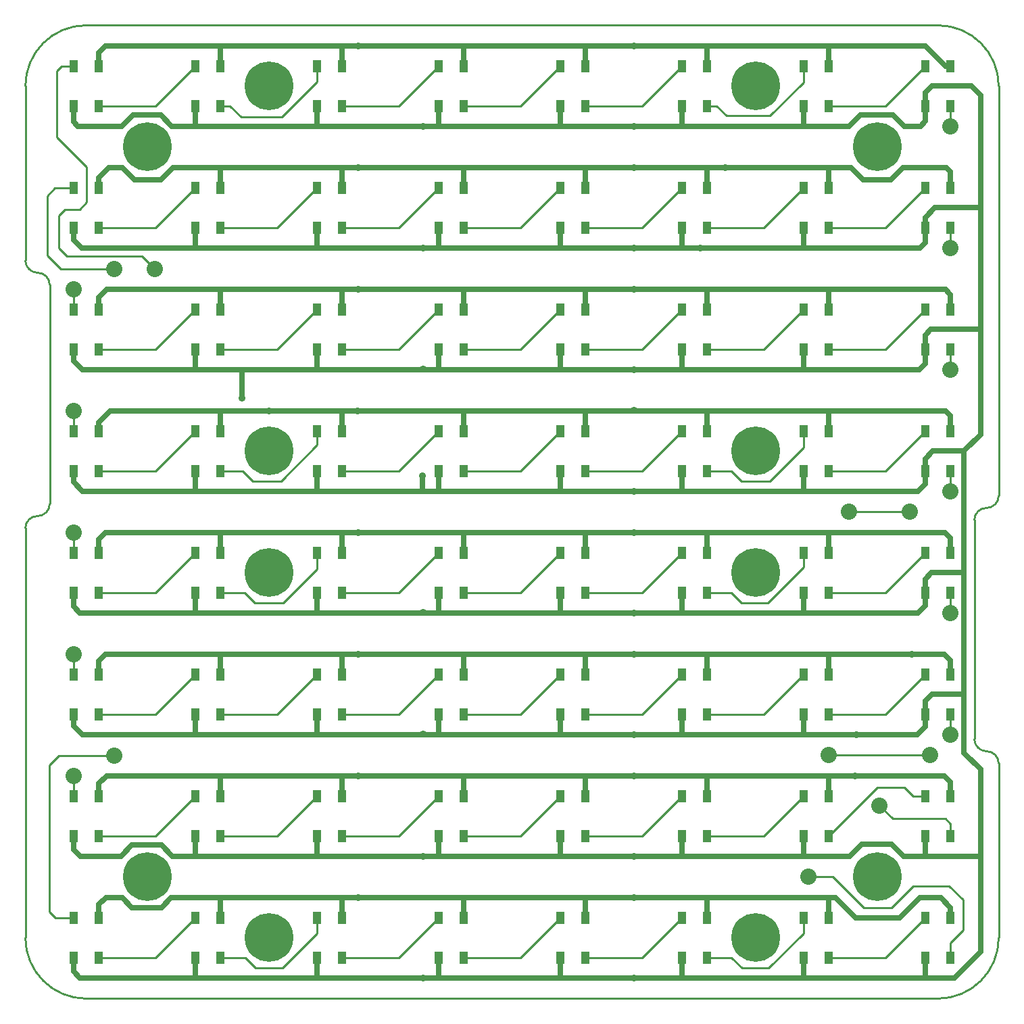
<source format=gtl>
G04 #@! TF.FileFunction,Copper,L1,Top,Signal*
%FSLAX46Y46*%
G04 Gerber Fmt 4.6, Leading zero omitted, Abs format (unit mm)*
G04 Created by KiCad (PCBNEW (2014-12-11 BZR 5320)-product) date Fri Dec 19 11:32:42 2014*
%MOMM*%
G01*
G04 APERTURE LIST*
%ADD10C,0.152400*%
%ADD11C,0.254000*%
%ADD12C,6.096000*%
%ADD13R,1.016000X1.524000*%
%ADD14C,2.032000*%
%ADD15C,0.889000*%
%ADD16C,0.635000*%
G04 APERTURE END LIST*
D10*
D11*
X147320000Y-117856000D02*
G75*
G03X145796000Y-116332000I-1524000J0D01*
G01*
X144272000Y-114808000D02*
G75*
G03X145796000Y-116332000I1524000J0D01*
G01*
X145796000Y-85852000D02*
G75*
G03X144272000Y-87376000I0J-1524000D01*
G01*
X145796000Y-85852000D02*
G75*
G03X147320000Y-84328000I0J1524000D01*
G01*
X25400000Y-54864000D02*
G75*
G03X26924000Y-56388000I1524000J0D01*
G01*
X28448000Y-57912000D02*
G75*
G03X26924000Y-56388000I-1524000J0D01*
G01*
X26924000Y-86868000D02*
G75*
G03X25400000Y-88392000I0J-1524000D01*
G01*
X26924000Y-86868000D02*
G75*
G03X28448000Y-85344000I0J1524000D01*
G01*
X147320000Y-84328000D02*
X147320000Y-33020000D01*
X147320000Y-117856000D02*
X147320000Y-139700000D01*
X25400000Y-88392000D02*
X25400000Y-139700000D01*
X25400000Y-54864000D02*
X25400000Y-33020000D01*
X144272000Y-101092000D02*
X144272000Y-114808000D01*
X144272000Y-101092000D02*
X144272000Y-87376000D01*
X28448000Y-71628000D02*
X28448000Y-85344000D01*
X28448000Y-71628000D02*
X28448000Y-57912000D01*
X139700000Y-147320000D02*
X33020000Y-147320000D01*
X33020000Y-25400000D02*
X139700000Y-25400000D01*
X25400000Y-139700000D02*
G75*
G03X33020000Y-147320000I7620000J0D01*
G01*
X147320000Y-33020000D02*
G75*
G03X139700000Y-25400000I-7620000J0D01*
G01*
X33020000Y-25400000D02*
G75*
G03X25400000Y-33020000I0J-7620000D01*
G01*
X139700000Y-147320000D02*
G75*
G03X147320000Y-139700000I0J7620000D01*
G01*
D12*
X55880000Y-139700000D03*
X116840000Y-139700000D03*
X55880000Y-93980000D03*
X116840000Y-93980000D03*
X55880000Y-78740000D03*
X116840000Y-78740000D03*
X55880000Y-33020000D03*
X116840000Y-33020000D03*
X40640000Y-40640000D03*
X132080000Y-40640000D03*
X40640000Y-132080000D03*
X132080000Y-132080000D03*
D13*
X49847500Y-30543500D03*
X46672500Y-30543500D03*
X46672500Y-35496500D03*
X49847500Y-35496500D03*
X141287500Y-45783500D03*
X138112500Y-45783500D03*
X138112500Y-50736500D03*
X141287500Y-50736500D03*
X126047500Y-45783500D03*
X122872500Y-45783500D03*
X122872500Y-50736500D03*
X126047500Y-50736500D03*
X110807500Y-45783500D03*
X107632500Y-45783500D03*
X107632500Y-50736500D03*
X110807500Y-50736500D03*
X95567500Y-45783500D03*
X92392500Y-45783500D03*
X92392500Y-50736500D03*
X95567500Y-50736500D03*
X80327500Y-45783500D03*
X77152500Y-45783500D03*
X77152500Y-50736500D03*
X80327500Y-50736500D03*
X65087500Y-45783500D03*
X61912500Y-45783500D03*
X61912500Y-50736500D03*
X65087500Y-50736500D03*
X49847500Y-45783500D03*
X46672500Y-45783500D03*
X46672500Y-50736500D03*
X49847500Y-50736500D03*
X34607500Y-45783500D03*
X31432500Y-45783500D03*
X31432500Y-50736500D03*
X34607500Y-50736500D03*
X141287500Y-61023500D03*
X138112500Y-61023500D03*
X138112500Y-65976500D03*
X141287500Y-65976500D03*
X126047500Y-61023500D03*
X122872500Y-61023500D03*
X122872500Y-65976500D03*
X126047500Y-65976500D03*
X110807500Y-61023500D03*
X107632500Y-61023500D03*
X107632500Y-65976500D03*
X110807500Y-65976500D03*
X95567500Y-61023500D03*
X92392500Y-61023500D03*
X92392500Y-65976500D03*
X95567500Y-65976500D03*
X80327500Y-61023500D03*
X77152500Y-61023500D03*
X77152500Y-65976500D03*
X80327500Y-65976500D03*
X65087500Y-61023500D03*
X61912500Y-61023500D03*
X61912500Y-65976500D03*
X65087500Y-65976500D03*
X49847500Y-61023500D03*
X46672500Y-61023500D03*
X46672500Y-65976500D03*
X49847500Y-65976500D03*
X34607500Y-61023500D03*
X31432500Y-61023500D03*
X31432500Y-65976500D03*
X34607500Y-65976500D03*
X141287500Y-76263500D03*
X138112500Y-76263500D03*
X138112500Y-81216500D03*
X141287500Y-81216500D03*
X126047500Y-76263500D03*
X122872500Y-76263500D03*
X122872500Y-81216500D03*
X126047500Y-81216500D03*
X110807500Y-76263500D03*
X107632500Y-76263500D03*
X107632500Y-81216500D03*
X110807500Y-81216500D03*
X95567500Y-76263500D03*
X92392500Y-76263500D03*
X92392500Y-81216500D03*
X95567500Y-81216500D03*
X80327500Y-76263500D03*
X77152500Y-76263500D03*
X77152500Y-81216500D03*
X80327500Y-81216500D03*
X65087500Y-76263500D03*
X61912500Y-76263500D03*
X61912500Y-81216500D03*
X65087500Y-81216500D03*
X49847500Y-76263500D03*
X46672500Y-76263500D03*
X46672500Y-81216500D03*
X49847500Y-81216500D03*
X34607500Y-76263500D03*
X31432500Y-76263500D03*
X31432500Y-81216500D03*
X34607500Y-81216500D03*
X141287500Y-91503500D03*
X138112500Y-91503500D03*
X138112500Y-96456500D03*
X141287500Y-96456500D03*
X126047500Y-91503500D03*
X122872500Y-91503500D03*
X122872500Y-96456500D03*
X126047500Y-96456500D03*
X110807500Y-91503500D03*
X107632500Y-91503500D03*
X107632500Y-96456500D03*
X110807500Y-96456500D03*
X95567500Y-91503500D03*
X92392500Y-91503500D03*
X92392500Y-96456500D03*
X95567500Y-96456500D03*
X80327500Y-91503500D03*
X77152500Y-91503500D03*
X77152500Y-96456500D03*
X80327500Y-96456500D03*
X65087500Y-91503500D03*
X61912500Y-91503500D03*
X61912500Y-96456500D03*
X65087500Y-96456500D03*
X49847500Y-91503500D03*
X46672500Y-91503500D03*
X46672500Y-96456500D03*
X49847500Y-96456500D03*
X34607500Y-91503500D03*
X31432500Y-91503500D03*
X31432500Y-96456500D03*
X34607500Y-96456500D03*
X141287500Y-106743500D03*
X138112500Y-106743500D03*
X138112500Y-111696500D03*
X141287500Y-111696500D03*
X126047500Y-106743500D03*
X122872500Y-106743500D03*
X122872500Y-111696500D03*
X126047500Y-111696500D03*
X110807500Y-106743500D03*
X107632500Y-106743500D03*
X107632500Y-111696500D03*
X110807500Y-111696500D03*
X95567500Y-106743500D03*
X92392500Y-106743500D03*
X92392500Y-111696500D03*
X95567500Y-111696500D03*
X80327500Y-106743500D03*
X77152500Y-106743500D03*
X77152500Y-111696500D03*
X80327500Y-111696500D03*
X65087500Y-106743500D03*
X61912500Y-106743500D03*
X61912500Y-111696500D03*
X65087500Y-111696500D03*
X49847500Y-106743500D03*
X46672500Y-106743500D03*
X46672500Y-111696500D03*
X49847500Y-111696500D03*
X34607500Y-106743500D03*
X31432500Y-106743500D03*
X31432500Y-111696500D03*
X34607500Y-111696500D03*
X141287500Y-121983500D03*
X138112500Y-121983500D03*
X138112500Y-126936500D03*
X141287500Y-126936500D03*
X126047500Y-121983500D03*
X122872500Y-121983500D03*
X122872500Y-126936500D03*
X126047500Y-126936500D03*
X110807500Y-121983500D03*
X107632500Y-121983500D03*
X107632500Y-126936500D03*
X110807500Y-126936500D03*
X95567500Y-121983500D03*
X92392500Y-121983500D03*
X92392500Y-126936500D03*
X95567500Y-126936500D03*
X80327500Y-121983500D03*
X77152500Y-121983500D03*
X77152500Y-126936500D03*
X80327500Y-126936500D03*
X65087500Y-121983500D03*
X61912500Y-121983500D03*
X61912500Y-126936500D03*
X65087500Y-126936500D03*
X49847500Y-121983500D03*
X46672500Y-121983500D03*
X46672500Y-126936500D03*
X49847500Y-126936500D03*
X34607500Y-121983500D03*
X31432500Y-121983500D03*
X31432500Y-126936500D03*
X34607500Y-126936500D03*
X141287500Y-137223500D03*
X138112500Y-137223500D03*
X138112500Y-142176500D03*
X141287500Y-142176500D03*
X126047500Y-137223500D03*
X122872500Y-137223500D03*
X122872500Y-142176500D03*
X126047500Y-142176500D03*
X110807500Y-137223500D03*
X107632500Y-137223500D03*
X107632500Y-142176500D03*
X110807500Y-142176500D03*
X95567500Y-137223500D03*
X92392500Y-137223500D03*
X92392500Y-142176500D03*
X95567500Y-142176500D03*
X80327500Y-137223500D03*
X77152500Y-137223500D03*
X77152500Y-142176500D03*
X80327500Y-142176500D03*
X65087500Y-137223500D03*
X61912500Y-137223500D03*
X61912500Y-142176500D03*
X65087500Y-142176500D03*
X49847500Y-137223500D03*
X46672500Y-137223500D03*
X46672500Y-142176500D03*
X49847500Y-142176500D03*
X34607500Y-137223500D03*
X31432500Y-137223500D03*
X31432500Y-142176500D03*
X34607500Y-142176500D03*
X141287500Y-30543500D03*
X138112500Y-30543500D03*
X138112500Y-35496500D03*
X141287500Y-35496500D03*
X126047500Y-30543500D03*
X122872500Y-30543500D03*
X122872500Y-35496500D03*
X126047500Y-35496500D03*
X110807500Y-30543500D03*
X107632500Y-30543500D03*
X107632500Y-35496500D03*
X110807500Y-35496500D03*
X95567500Y-30543500D03*
X92392500Y-30543500D03*
X92392500Y-35496500D03*
X95567500Y-35496500D03*
X80327500Y-30543500D03*
X77152500Y-30543500D03*
X77152500Y-35496500D03*
X80327500Y-35496500D03*
X65087500Y-30543500D03*
X61912500Y-30543500D03*
X61912500Y-35496500D03*
X65087500Y-35496500D03*
X34607500Y-30543500D03*
X31432500Y-30543500D03*
X31432500Y-35496500D03*
X34607500Y-35496500D03*
D14*
X36512500Y-116903500D03*
X123507500Y-132016500D03*
X31432500Y-119443500D03*
X132397500Y-123126500D03*
X31432500Y-104203500D03*
X141287500Y-114236500D03*
X31432500Y-88963500D03*
X141287500Y-98996500D03*
X31432500Y-73723500D03*
X141300200Y-83769200D03*
X31432500Y-58483500D03*
X141287500Y-68516500D03*
X36512500Y-55943500D03*
X141287500Y-53276500D03*
X41592500Y-55943500D03*
X141287500Y-38036500D03*
X126047500Y-116776500D03*
X138747500Y-116776500D03*
X136220200Y-86309200D03*
X128600200Y-86309200D03*
D15*
X52565300Y-72072500D03*
X75184000Y-144729200D03*
X75184000Y-129489200D03*
X75184000Y-114198400D03*
X75184000Y-98958400D03*
X75184000Y-68478400D03*
X75184000Y-53289200D03*
X75184000Y-38049200D03*
X109931200Y-53289200D03*
X75171300Y-81813400D03*
X101600000Y-38049200D03*
X101600000Y-53289200D03*
X101600000Y-68529200D03*
X101600000Y-83769200D03*
X101600000Y-99009200D03*
X101600000Y-114249200D03*
X101600000Y-129489200D03*
X101600000Y-144729200D03*
X129476500Y-114236500D03*
X55943500Y-73723500D03*
X129362200Y-119443500D03*
X136461500Y-104203500D03*
X67056000Y-134670800D03*
X67056000Y-119430800D03*
X67056000Y-104190800D03*
X67056000Y-88950800D03*
X67056000Y-58470800D03*
X67056000Y-43230800D03*
X67056000Y-27990800D03*
X113030000Y-43230800D03*
X67043300Y-73723500D03*
X101600000Y-27990800D03*
X101600000Y-43230800D03*
X101600000Y-58470800D03*
X101650800Y-73660000D03*
X101600000Y-88950800D03*
X101600000Y-104190800D03*
X101600000Y-119430800D03*
X101600000Y-134670800D03*
D11*
X41719500Y-142176500D02*
X46672500Y-137223500D01*
X34607500Y-142176500D02*
X41719500Y-142176500D01*
X52920900Y-142176500D02*
X54203600Y-143459200D01*
X54203600Y-143459200D02*
X57632600Y-143459200D01*
X57632600Y-143459200D02*
X61912500Y-139179300D01*
X61912500Y-139179300D02*
X61912500Y-137223500D01*
X49847500Y-142176500D02*
X52920900Y-142176500D01*
X72199500Y-142176500D02*
X77152500Y-137223500D01*
X65087500Y-142176500D02*
X72199500Y-142176500D01*
X87439500Y-142176500D02*
X92392500Y-137223500D01*
X80327500Y-142176500D02*
X87439500Y-142176500D01*
X102679500Y-142176500D02*
X107632500Y-137223500D01*
X95567500Y-142176500D02*
X102679500Y-142176500D01*
X113868200Y-142176500D02*
X115201700Y-143510000D01*
X115201700Y-143510000D02*
X118516400Y-143510000D01*
X118516400Y-143510000D02*
X122872500Y-139153900D01*
X122872500Y-139153900D02*
X122872500Y-137223500D01*
X110807500Y-142176500D02*
X113868200Y-142176500D01*
X133159500Y-142176500D02*
X138112500Y-137223500D01*
X126047500Y-142176500D02*
X133159500Y-142176500D01*
X31432500Y-137223500D02*
X31432500Y-136588500D01*
X29578300Y-116903500D02*
X28397200Y-118084600D01*
X36512500Y-116903500D02*
X29578300Y-116903500D01*
X28397200Y-136461500D02*
X29159200Y-137223500D01*
X29159200Y-137223500D02*
X31432500Y-137223500D01*
X28397200Y-118084600D02*
X28397200Y-136461500D01*
X141097000Y-133223000D02*
X142839440Y-134965440D01*
X136588500Y-133223000D02*
X141097000Y-133223000D01*
X133858000Y-135953500D02*
X136588500Y-133223000D01*
X130429000Y-135953500D02*
X133858000Y-135953500D01*
X141287500Y-142176500D02*
X141287500Y-140312140D01*
X141287500Y-140312140D02*
X142839440Y-138760200D01*
X142839440Y-138760200D02*
X142839440Y-134965440D01*
X126492000Y-132016500D02*
X130429000Y-135953500D01*
X123507500Y-132016500D02*
X126492000Y-132016500D01*
X41719500Y-126936500D02*
X46672500Y-121983500D01*
X34607500Y-126936500D02*
X41719500Y-126936500D01*
X56959500Y-126936500D02*
X61912500Y-121983500D01*
X49847500Y-126936500D02*
X56959500Y-126936500D01*
X72199500Y-126936500D02*
X77152500Y-121983500D01*
X65087500Y-126936500D02*
X72199500Y-126936500D01*
X87439500Y-126936500D02*
X92392500Y-121983500D01*
X80327500Y-126936500D02*
X87439500Y-126936500D01*
X102679500Y-126936500D02*
X107632500Y-121983500D01*
X95567500Y-126936500D02*
X102679500Y-126936500D01*
X117919500Y-126936500D02*
X122872500Y-121983500D01*
X110807500Y-126936500D02*
X117919500Y-126936500D01*
X136588500Y-121983500D02*
X135509000Y-120904000D01*
X135509000Y-120904000D02*
X132080000Y-120904000D01*
X132080000Y-120904000D02*
X126047500Y-126936500D01*
X138112500Y-121983500D02*
X136588500Y-121983500D01*
X31432500Y-121348500D02*
X31432500Y-119443500D01*
X31432500Y-121983500D02*
X31432500Y-121348500D01*
X141287500Y-126936500D02*
X141287500Y-125412500D01*
X134048500Y-124777500D02*
X132397500Y-123126500D01*
X140652500Y-124777500D02*
X134048500Y-124777500D01*
X141287500Y-125412500D02*
X140652500Y-124777500D01*
X41719500Y-111696500D02*
X46672500Y-106743500D01*
X34607500Y-111696500D02*
X41719500Y-111696500D01*
X56959500Y-111696500D02*
X61912500Y-106743500D01*
X49847500Y-111696500D02*
X56959500Y-111696500D01*
X72199500Y-111696500D02*
X77152500Y-106743500D01*
X65087500Y-111696500D02*
X72199500Y-111696500D01*
X87439500Y-111696500D02*
X92392500Y-106743500D01*
X80327500Y-111696500D02*
X87439500Y-111696500D01*
X102679500Y-111696500D02*
X107632500Y-106743500D01*
X95567500Y-111696500D02*
X102679500Y-111696500D01*
X117919500Y-111696500D02*
X122872500Y-106743500D01*
X110807500Y-111696500D02*
X117919500Y-111696500D01*
X133159500Y-111696500D02*
X138112500Y-106743500D01*
X126047500Y-111696500D02*
X133159500Y-111696500D01*
X31432500Y-106108500D02*
X31432500Y-104203500D01*
X31432500Y-106743500D02*
X31432500Y-106108500D01*
X141287500Y-114236500D02*
X141287500Y-111696500D01*
X31432500Y-90868500D02*
X31432500Y-88963500D01*
X31432500Y-91503500D02*
X31432500Y-90868500D01*
X141287500Y-98996500D02*
X141287500Y-96456500D01*
X41719500Y-96456500D02*
X46672500Y-91503500D01*
X34607500Y-96456500D02*
X41719500Y-96456500D01*
X52870100Y-96456500D02*
X54152800Y-97739200D01*
X54152800Y-97739200D02*
X57708800Y-97739200D01*
X57708800Y-97739200D02*
X61912500Y-93535500D01*
X61912500Y-93535500D02*
X61912500Y-91503500D01*
X49847500Y-96456500D02*
X52870100Y-96456500D01*
X72199500Y-96456500D02*
X77152500Y-91503500D01*
X65087500Y-96456500D02*
X72199500Y-96456500D01*
X87439500Y-96456500D02*
X92392500Y-91503500D01*
X80327500Y-96456500D02*
X87439500Y-96456500D01*
X102679500Y-96456500D02*
X107632500Y-91503500D01*
X95567500Y-96456500D02*
X102679500Y-96456500D01*
X113842800Y-96456500D02*
X115125500Y-97739200D01*
X115125500Y-97739200D02*
X118440200Y-97739200D01*
X118440200Y-97739200D02*
X122872500Y-93306900D01*
X122872500Y-93306900D02*
X122872500Y-91503500D01*
X110807500Y-96456500D02*
X113842800Y-96456500D01*
X133159500Y-96456500D02*
X138112500Y-91503500D01*
X126047500Y-96456500D02*
X133159500Y-96456500D01*
X31432500Y-75628500D02*
X31432500Y-73723500D01*
X31432500Y-76263500D02*
X31432500Y-75628500D01*
X141287500Y-83756500D02*
X141287500Y-81216500D01*
X141300200Y-83769200D02*
X141287500Y-83756500D01*
X41719500Y-81216500D02*
X46672500Y-76263500D01*
X34607500Y-81216500D02*
X41719500Y-81216500D01*
X52603400Y-81216500D02*
X53860700Y-82473800D01*
X53860700Y-82473800D02*
X57416700Y-82473800D01*
X57416700Y-82473800D02*
X61912500Y-77978000D01*
X61912500Y-77978000D02*
X61912500Y-76263500D01*
X49847500Y-81216500D02*
X52603400Y-81216500D01*
X72199500Y-81216500D02*
X77152500Y-76263500D01*
X65087500Y-81216500D02*
X72199500Y-81216500D01*
X87439500Y-81216500D02*
X92392500Y-76263500D01*
X80327500Y-81216500D02*
X87439500Y-81216500D01*
X102679500Y-81216500D02*
X107632500Y-76263500D01*
X95567500Y-81216500D02*
X102679500Y-81216500D01*
X113804700Y-81216500D02*
X115112800Y-82524600D01*
X115112800Y-82524600D02*
X118668800Y-82524600D01*
X118668800Y-82524600D02*
X122872500Y-78320900D01*
X122872500Y-78320900D02*
X122872500Y-76263500D01*
X110807500Y-81216500D02*
X113804700Y-81216500D01*
X133159500Y-81216500D02*
X138112500Y-76263500D01*
X126047500Y-81216500D02*
X133159500Y-81216500D01*
X31432500Y-60388500D02*
X31432500Y-58483500D01*
X31432500Y-61023500D02*
X31432500Y-60388500D01*
X141287500Y-68516500D02*
X141287500Y-65976500D01*
X41719500Y-65976500D02*
X46672500Y-61023500D01*
X34607500Y-65976500D02*
X41719500Y-65976500D01*
X56959500Y-65976500D02*
X61912500Y-61023500D01*
X49847500Y-65976500D02*
X56959500Y-65976500D01*
X72199500Y-65976500D02*
X77152500Y-61023500D01*
X65087500Y-65976500D02*
X72199500Y-65976500D01*
X87439500Y-65976500D02*
X92392500Y-61023500D01*
X80327500Y-65976500D02*
X87439500Y-65976500D01*
X102679500Y-65976500D02*
X107632500Y-61023500D01*
X95567500Y-65976500D02*
X102679500Y-65976500D01*
X117919500Y-65976500D02*
X122872500Y-61023500D01*
X110807500Y-65976500D02*
X117919500Y-65976500D01*
X133159500Y-65976500D02*
X138112500Y-61023500D01*
X126047500Y-65976500D02*
X133159500Y-65976500D01*
X31432500Y-45783500D02*
X31432500Y-45148500D01*
X36512500Y-55943500D02*
X29857700Y-55943500D01*
X29857700Y-55943500D02*
X28117800Y-54203600D01*
X28117800Y-54203600D02*
X28117800Y-46761400D01*
X28117800Y-46761400D02*
X29095700Y-45783500D01*
X29095700Y-45783500D02*
X31432500Y-45783500D01*
X141287500Y-53276500D02*
X141287500Y-50736500D01*
X41719500Y-50736500D02*
X46672500Y-45783500D01*
X34607500Y-50736500D02*
X41719500Y-50736500D01*
X56959500Y-50736500D02*
X61912500Y-45783500D01*
X49847500Y-50736500D02*
X56959500Y-50736500D01*
X72199500Y-50736500D02*
X77152500Y-45783500D01*
X65087500Y-50736500D02*
X72199500Y-50736500D01*
X87439500Y-50736500D02*
X92392500Y-45783500D01*
X80327500Y-50736500D02*
X87439500Y-50736500D01*
X102679500Y-50736500D02*
X107632500Y-45783500D01*
X95567500Y-50736500D02*
X102679500Y-50736500D01*
X117919500Y-50736500D02*
X122872500Y-45783500D01*
X110807500Y-50736500D02*
X117919500Y-50736500D01*
X133159500Y-50736500D02*
X138112500Y-45783500D01*
X126047500Y-50736500D02*
X133159500Y-50736500D01*
X31432500Y-30543500D02*
X31432500Y-29908500D01*
X29324300Y-31153100D02*
X29933900Y-30543500D01*
X29324300Y-39433500D02*
X29324300Y-31153100D01*
X33070800Y-43180000D02*
X29324300Y-39433500D01*
X33070800Y-47548800D02*
X33070800Y-43180000D01*
X32181800Y-48437800D02*
X33070800Y-47548800D01*
X30378400Y-48437800D02*
X32181800Y-48437800D01*
X29603700Y-49212500D02*
X30378400Y-48437800D01*
X29603700Y-53340000D02*
X29603700Y-49212500D01*
X30607000Y-54343300D02*
X29603700Y-53340000D01*
X29933900Y-30543500D02*
X31432500Y-30543500D01*
X39992300Y-54343300D02*
X41592500Y-55943500D01*
X30607000Y-54343300D02*
X39992300Y-54343300D01*
X141287500Y-35496500D02*
X141287500Y-38036500D01*
X128600200Y-86309200D02*
X136220200Y-86309200D01*
X138747500Y-116776500D02*
X126047500Y-116776500D01*
X34607500Y-35496500D02*
X41719500Y-35496500D01*
X41719500Y-35496500D02*
X46672500Y-30543500D01*
X49847500Y-35496500D02*
X51041300Y-35496500D01*
X61912500Y-32499300D02*
X61912500Y-30543500D01*
X57531000Y-36880800D02*
X61912500Y-32499300D01*
X52425600Y-36880800D02*
X57531000Y-36880800D01*
X51041300Y-35496500D02*
X52425600Y-36880800D01*
X65087500Y-35496500D02*
X72199500Y-35496500D01*
X72199500Y-35496500D02*
X77152500Y-30543500D01*
X80327500Y-35496500D02*
X87439500Y-35496500D01*
X87439500Y-35496500D02*
X92392500Y-30543500D01*
X95567500Y-35496500D02*
X102679500Y-35496500D01*
X102679500Y-35496500D02*
X107632500Y-30543500D01*
X110807500Y-35496500D02*
X111963200Y-35496500D01*
X122872500Y-32537400D02*
X122872500Y-30543500D01*
X118681500Y-36728400D02*
X122872500Y-32537400D01*
X113195100Y-36728400D02*
X118681500Y-36728400D01*
X111963200Y-35496500D02*
X113195100Y-36728400D01*
X126047500Y-35496500D02*
X133159500Y-35496500D01*
X133159500Y-35496500D02*
X138112500Y-30543500D01*
D16*
X77152500Y-50736500D02*
X77152500Y-53276500D01*
X52565300Y-72072500D02*
X52565300Y-68516500D01*
X122872500Y-35496500D02*
X122872500Y-38036500D01*
X107632500Y-35496500D02*
X107632500Y-38036500D01*
X92392500Y-35496500D02*
X92392500Y-38036500D01*
X77152500Y-35496500D02*
X77152500Y-38036500D01*
X61912500Y-35496500D02*
X61912500Y-38036500D01*
X46672500Y-35496500D02*
X46672500Y-38036500D01*
X31432500Y-35496500D02*
X31432500Y-37477700D01*
X138112500Y-37426900D02*
X138112500Y-35496500D01*
X137502900Y-38036500D02*
X138112500Y-37426900D01*
X135496300Y-38036500D02*
X137502900Y-38036500D01*
X134073900Y-36614100D02*
X135496300Y-38036500D01*
X130009900Y-36614100D02*
X134073900Y-36614100D01*
X128587500Y-38036500D02*
X130009900Y-36614100D01*
X43726100Y-38036500D02*
X46672500Y-38036500D01*
X46672500Y-38036500D02*
X61912500Y-38036500D01*
X75184000Y-38036500D02*
X77152500Y-38036500D01*
X61912500Y-38036500D02*
X75184000Y-38036500D01*
X77152500Y-38036500D02*
X92392500Y-38036500D01*
X101600000Y-38036500D02*
X107632500Y-38036500D01*
X92392500Y-38036500D02*
X101600000Y-38036500D01*
X107632500Y-38036500D02*
X122872500Y-38036500D01*
X122872500Y-38036500D02*
X128587500Y-38036500D01*
X42329100Y-36639500D02*
X43726100Y-38036500D01*
X38874700Y-36639500D02*
X42329100Y-36639500D01*
X37477700Y-38036500D02*
X38874700Y-36639500D01*
X31991300Y-38036500D02*
X37477700Y-38036500D01*
X31432500Y-37477700D02*
X31991300Y-38036500D01*
X145034000Y-63500000D02*
X145034000Y-72707500D01*
X142951200Y-93980000D02*
X142951200Y-78740000D01*
X142951200Y-93980000D02*
X142951200Y-109220000D01*
X31432500Y-52260500D02*
X32448500Y-53276500D01*
X122872500Y-53276500D02*
X137490200Y-53276500D01*
X109931200Y-53276500D02*
X122872500Y-53276500D01*
X107632500Y-53276500D02*
X109931200Y-53276500D01*
X101600000Y-53276500D02*
X107632500Y-53276500D01*
X92392500Y-53276500D02*
X101600000Y-53276500D01*
X75184000Y-53276500D02*
X77152500Y-53276500D01*
X77152500Y-53276500D02*
X92392500Y-53276500D01*
X61912500Y-53276500D02*
X75184000Y-53276500D01*
X46672500Y-53276500D02*
X61912500Y-53276500D01*
X32448500Y-53276500D02*
X46672500Y-53276500D01*
X137490200Y-53276500D02*
X138112500Y-52654200D01*
X138112500Y-52654200D02*
X138112500Y-50736500D01*
X31432500Y-50736500D02*
X31432500Y-52260500D01*
X122872500Y-53276500D02*
X122872500Y-50736500D01*
X107632500Y-53276500D02*
X107632500Y-50736500D01*
X92392500Y-53276500D02*
X92392500Y-50736500D01*
X61912500Y-53276500D02*
X61912500Y-50736500D01*
X46672500Y-53276500D02*
X46672500Y-50736500D01*
X145034000Y-48260000D02*
X145034000Y-63500000D01*
X145034000Y-34163000D02*
X145034000Y-48260000D01*
X138112500Y-49491900D02*
X139344400Y-48260000D01*
X139344400Y-48260000D02*
X145034000Y-48260000D01*
X138112500Y-50736500D02*
X138112500Y-49491900D01*
X138112500Y-33870900D02*
X138963400Y-33020000D01*
X138963400Y-33020000D02*
X143891000Y-33020000D01*
X143891000Y-33020000D02*
X145034000Y-34163000D01*
X138112500Y-35496500D02*
X138112500Y-33870900D01*
X31432500Y-67411600D02*
X32537400Y-68516500D01*
X122872500Y-68516500D02*
X137401300Y-68516500D01*
X107632500Y-68516500D02*
X122872500Y-68516500D01*
X101600000Y-68516500D02*
X107632500Y-68516500D01*
X92392500Y-68516500D02*
X101600000Y-68516500D01*
X77152500Y-68516500D02*
X92392500Y-68516500D01*
X75184000Y-68516500D02*
X77152500Y-68516500D01*
X61912500Y-68516500D02*
X75184000Y-68516500D01*
X46672500Y-68516500D02*
X52565300Y-68516500D01*
X52565300Y-68516500D02*
X61912500Y-68516500D01*
X32537400Y-68516500D02*
X46672500Y-68516500D01*
X137401300Y-68516500D02*
X138112500Y-67805300D01*
X138112500Y-67805300D02*
X138112500Y-65976500D01*
X31432500Y-65976500D02*
X31432500Y-67411600D01*
X138112500Y-64223900D02*
X138836400Y-63500000D01*
X138836400Y-63500000D02*
X145034000Y-63500000D01*
X138112500Y-65976500D02*
X138112500Y-64223900D01*
X122872500Y-68516500D02*
X122872500Y-65976500D01*
X107632500Y-68516500D02*
X107632500Y-65976500D01*
X92392500Y-68516500D02*
X92392500Y-65976500D01*
X77152500Y-68516500D02*
X77152500Y-65976500D01*
X61912500Y-68516500D02*
X61912500Y-65976500D01*
X46672500Y-68516500D02*
X46672500Y-65976500D01*
X31432500Y-82626200D02*
X32562800Y-83756500D01*
X122872500Y-83756500D02*
X137236200Y-83756500D01*
X107632500Y-83756500D02*
X122872500Y-83756500D01*
X101600000Y-83756500D02*
X107632500Y-83756500D01*
X92392500Y-83756500D02*
X101600000Y-83756500D01*
X77152500Y-83756500D02*
X92392500Y-83756500D01*
X75171300Y-83756500D02*
X77152500Y-83756500D01*
X61912500Y-83756500D02*
X75171300Y-83756500D01*
X46672500Y-83756500D02*
X61912500Y-83756500D01*
X32562800Y-83756500D02*
X46672500Y-83756500D01*
X137236200Y-83756500D02*
X138112500Y-82880200D01*
X138112500Y-82880200D02*
X138112500Y-81216500D01*
X31432500Y-81216500D02*
X31432500Y-82626200D01*
X139065000Y-78740000D02*
X142951200Y-78740000D01*
X138112500Y-79692500D02*
X139065000Y-78740000D01*
X138112500Y-81216500D02*
X138112500Y-79692500D01*
X122872500Y-83756500D02*
X122872500Y-81216500D01*
X107632500Y-83756500D02*
X107632500Y-81216500D01*
X92392500Y-83756500D02*
X92392500Y-81216500D01*
X77152500Y-83756500D02*
X77152500Y-81216500D01*
X61912500Y-83756500D02*
X61912500Y-81216500D01*
X46672500Y-83756500D02*
X46672500Y-81216500D01*
X31432500Y-98196400D02*
X32232600Y-98996500D01*
X122872500Y-98996500D02*
X137223500Y-98996500D01*
X107632500Y-98996500D02*
X122872500Y-98996500D01*
X101600000Y-98996500D02*
X107632500Y-98996500D01*
X92392500Y-98996500D02*
X101600000Y-98996500D01*
X77152500Y-98996500D02*
X92392500Y-98996500D01*
X75184000Y-98996500D02*
X77152500Y-98996500D01*
X61912500Y-98996500D02*
X75184000Y-98996500D01*
X46672500Y-98996500D02*
X61912500Y-98996500D01*
X32232600Y-98996500D02*
X46672500Y-98996500D01*
X137223500Y-98996500D02*
X138112500Y-98107500D01*
X138112500Y-98107500D02*
X138112500Y-96456500D01*
X31432500Y-96456500D02*
X31432500Y-98196400D01*
X138112500Y-94780100D02*
X138912600Y-93980000D01*
X138912600Y-93980000D02*
X142951200Y-93980000D01*
X138112500Y-96456500D02*
X138112500Y-94780100D01*
X122872500Y-98996500D02*
X122872500Y-96456500D01*
X107632500Y-98996500D02*
X107632500Y-96456500D01*
X92392500Y-98996500D02*
X92392500Y-96456500D01*
X77152500Y-98996500D02*
X77152500Y-96456500D01*
X61912500Y-98996500D02*
X61912500Y-96456500D01*
X46672500Y-98996500D02*
X46672500Y-96456500D01*
X31432500Y-113157000D02*
X32512000Y-114236500D01*
X107632500Y-114236500D02*
X122872500Y-114236500D01*
X101600000Y-114236500D02*
X107632500Y-114236500D01*
X92392500Y-114236500D02*
X101600000Y-114236500D01*
X77152500Y-114236500D02*
X92392500Y-114236500D01*
X75184000Y-114236500D02*
X77152500Y-114236500D01*
X61912500Y-114236500D02*
X75184000Y-114236500D01*
X46672500Y-114236500D02*
X61912500Y-114236500D01*
X32512000Y-114236500D02*
X46672500Y-114236500D01*
X31432500Y-111696500D02*
X31432500Y-113157000D01*
X138938000Y-109220000D02*
X142951200Y-109220000D01*
X138112500Y-110045500D02*
X138938000Y-109220000D01*
X138112500Y-111696500D02*
X138112500Y-110045500D01*
X122872500Y-114236500D02*
X122872500Y-111696500D01*
X107632500Y-114236500D02*
X107632500Y-111696500D01*
X92392500Y-114236500D02*
X92392500Y-111696500D01*
X77152500Y-114236500D02*
X77152500Y-111696500D01*
X61912500Y-114236500D02*
X61912500Y-111696500D01*
X46672500Y-114236500D02*
X46672500Y-111696500D01*
X31432500Y-128651000D02*
X32258000Y-129476500D01*
X32258000Y-129476500D02*
X37338000Y-129476500D01*
X37338000Y-129476500D02*
X38735000Y-128079500D01*
X38735000Y-128079500D02*
X42418000Y-128079500D01*
X42418000Y-128079500D02*
X43815000Y-129476500D01*
X107632500Y-129476500D02*
X122872500Y-129476500D01*
X101600000Y-129476500D02*
X107632500Y-129476500D01*
X92392500Y-129476500D02*
X101600000Y-129476500D01*
X77152500Y-129476500D02*
X92392500Y-129476500D01*
X75184000Y-129476500D02*
X77152500Y-129476500D01*
X61912500Y-129476500D02*
X75184000Y-129476500D01*
X46672500Y-129476500D02*
X61912500Y-129476500D01*
X43815000Y-129476500D02*
X46672500Y-129476500D01*
X31432500Y-126936500D02*
X31432500Y-128651000D01*
X122872500Y-129476500D02*
X122872500Y-126936500D01*
X107632500Y-129476500D02*
X107632500Y-126936500D01*
X92392500Y-129476500D02*
X92392500Y-126936500D01*
X77152500Y-129476500D02*
X77152500Y-126936500D01*
X61912500Y-129476500D02*
X61912500Y-126936500D01*
X46672500Y-129476500D02*
X46672500Y-126936500D01*
X31432500Y-143903700D02*
X32245300Y-144716500D01*
X107632500Y-144716500D02*
X122872500Y-144716500D01*
X101600000Y-144716500D02*
X107632500Y-144716500D01*
X92392500Y-144716500D02*
X101600000Y-144716500D01*
X77152500Y-144716500D02*
X92392500Y-144716500D01*
X75184000Y-144716500D02*
X77152500Y-144716500D01*
X61912500Y-144716500D02*
X75184000Y-144716500D01*
X46672500Y-144716500D02*
X61912500Y-144716500D01*
X32245300Y-144716500D02*
X46672500Y-144716500D01*
X31432500Y-142176500D02*
X31432500Y-143903700D01*
X122872500Y-144716500D02*
X122872500Y-142176500D01*
X107632500Y-144716500D02*
X107632500Y-142176500D01*
X92392500Y-144716500D02*
X92392500Y-142176500D01*
X77152500Y-144716500D02*
X77152500Y-142176500D01*
X61912500Y-144716500D02*
X61912500Y-142176500D01*
X46672500Y-144716500D02*
X46672500Y-142176500D01*
X75184000Y-144729200D02*
X75184000Y-144716500D01*
X75184000Y-129489200D02*
X75184000Y-129476500D01*
X75184000Y-114198400D02*
X75184000Y-114236500D01*
X75184000Y-98958400D02*
X75184000Y-98996500D01*
X75184000Y-68478400D02*
X75184000Y-68516500D01*
X75184000Y-53289200D02*
X75184000Y-53276500D01*
X75184000Y-38049200D02*
X75184000Y-38036500D01*
X109931200Y-53289200D02*
X109931200Y-53276500D01*
X75171300Y-81813400D02*
X75171300Y-83756500D01*
X101600000Y-38049200D02*
X101600000Y-38036500D01*
X101600000Y-53289200D02*
X101600000Y-53276500D01*
X101600000Y-68529200D02*
X101600000Y-68516500D01*
X101600000Y-83769200D02*
X101600000Y-83756500D01*
X101600000Y-99009200D02*
X101600000Y-98996500D01*
X101600000Y-114249200D02*
X101600000Y-114236500D01*
X101600000Y-129489200D02*
X101600000Y-129476500D01*
X101600000Y-144729200D02*
X101600000Y-144716500D01*
X137096500Y-114236500D02*
X138112500Y-113220500D01*
X138112500Y-113220500D02*
X138112500Y-111696500D01*
X129476500Y-114236500D02*
X137096500Y-114236500D01*
X122872500Y-114236500D02*
X129476500Y-114236500D01*
X128651000Y-129476500D02*
X130175000Y-127952500D01*
X130175000Y-127952500D02*
X133921500Y-127952500D01*
X133921500Y-127952500D02*
X135445500Y-129476500D01*
X122872500Y-129476500D02*
X128651000Y-129476500D01*
X145034000Y-118618000D02*
X142951200Y-116535200D01*
X142951200Y-116535200D02*
X142951200Y-109220000D01*
X145034000Y-129476500D02*
X145034000Y-118618000D01*
X145034000Y-141478000D02*
X145034000Y-129476500D01*
X141795500Y-144716500D02*
X145034000Y-141478000D01*
X138112500Y-144716500D02*
X141795500Y-144716500D01*
X122872500Y-144716500D02*
X138112500Y-144716500D01*
X138112500Y-142176500D02*
X138112500Y-144716500D01*
X138112500Y-129476500D02*
X145034000Y-129476500D01*
X135445500Y-129476500D02*
X138112500Y-129476500D01*
X138112500Y-126936500D02*
X138112500Y-129476500D01*
X145034000Y-76657200D02*
X142951200Y-78740000D01*
X145034000Y-72707500D02*
X145034000Y-76657200D01*
X126047500Y-30543500D02*
X126047500Y-28003500D01*
X110807500Y-30543500D02*
X110807500Y-28003500D01*
X95567500Y-30543500D02*
X95567500Y-28003500D01*
X80327500Y-30543500D02*
X80327500Y-28003500D01*
X65087500Y-30543500D02*
X65087500Y-28003500D01*
X49847500Y-30543500D02*
X49847500Y-28003500D01*
X34607500Y-30543500D02*
X34607500Y-28854400D01*
X140627100Y-30543500D02*
X141287500Y-30543500D01*
X138087100Y-28003500D02*
X140627100Y-30543500D01*
X35458400Y-28003500D02*
X49847500Y-28003500D01*
X49847500Y-28003500D02*
X65087500Y-28003500D01*
X67056000Y-28003500D02*
X80327500Y-28003500D01*
X65087500Y-28003500D02*
X67056000Y-28003500D01*
X80327500Y-28003500D02*
X95567500Y-28003500D01*
X101600000Y-28003500D02*
X110807500Y-28003500D01*
X95567500Y-28003500D02*
X101600000Y-28003500D01*
X110807500Y-28003500D02*
X126047500Y-28003500D01*
X126047500Y-28003500D02*
X138087100Y-28003500D01*
X34607500Y-28854400D02*
X35458400Y-28003500D01*
X140792200Y-43243500D02*
X141287500Y-43738800D01*
X141287500Y-43738800D02*
X141287500Y-45783500D01*
X34607500Y-45783500D02*
X34607500Y-44462700D01*
X133845300Y-44767500D02*
X135369300Y-43243500D01*
X130302000Y-44767500D02*
X133845300Y-44767500D01*
X128778000Y-43243500D02*
X130302000Y-44767500D01*
X49847500Y-43243500D02*
X65087500Y-43243500D01*
X43853100Y-43243500D02*
X49847500Y-43243500D01*
X42329100Y-44767500D02*
X43853100Y-43243500D01*
X39027100Y-44767500D02*
X42329100Y-44767500D01*
X37503100Y-43243500D02*
X39027100Y-44767500D01*
X35826700Y-43243500D02*
X37503100Y-43243500D01*
X34607500Y-44462700D02*
X35826700Y-43243500D01*
X135369300Y-43243500D02*
X140792200Y-43243500D01*
X49847500Y-45783500D02*
X49847500Y-43243500D01*
X67056000Y-43243500D02*
X80327500Y-43243500D01*
X65087500Y-43243500D02*
X67056000Y-43243500D01*
X65087500Y-45783500D02*
X65087500Y-43243500D01*
X80327500Y-43243500D02*
X95567500Y-43243500D01*
X80327500Y-45783500D02*
X80327500Y-43243500D01*
X101600000Y-43243500D02*
X110807500Y-43243500D01*
X95567500Y-43243500D02*
X101600000Y-43243500D01*
X95567500Y-45783500D02*
X95567500Y-43243500D01*
X113030000Y-43243500D02*
X126047500Y-43243500D01*
X110807500Y-43243500D02*
X113030000Y-43243500D01*
X110807500Y-45783500D02*
X110807500Y-43243500D01*
X126047500Y-43243500D02*
X128778000Y-43243500D01*
X126047500Y-43243500D02*
X126047500Y-45783500D01*
X34607500Y-59512200D02*
X35636200Y-58483500D01*
X126047500Y-58483500D02*
X140665200Y-58483500D01*
X110807500Y-58483500D02*
X126047500Y-58483500D01*
X101600000Y-58483500D02*
X110807500Y-58483500D01*
X95567500Y-58483500D02*
X101600000Y-58483500D01*
X80327500Y-58483500D02*
X95567500Y-58483500D01*
X67056000Y-58483500D02*
X80327500Y-58483500D01*
X65087500Y-58483500D02*
X67056000Y-58483500D01*
X49847500Y-58483500D02*
X65087500Y-58483500D01*
X35636200Y-58483500D02*
X49847500Y-58483500D01*
X140665200Y-58483500D02*
X141287500Y-59105800D01*
X141287500Y-59105800D02*
X141287500Y-61023500D01*
X34607500Y-61023500D02*
X34607500Y-59512200D01*
X126047500Y-58483500D02*
X126047500Y-61023500D01*
X110807500Y-58483500D02*
X110807500Y-61023500D01*
X95567500Y-58483500D02*
X95567500Y-61023500D01*
X80327500Y-58483500D02*
X80327500Y-61023500D01*
X65087500Y-58483500D02*
X65087500Y-61023500D01*
X49847500Y-58483500D02*
X49847500Y-61023500D01*
X34607500Y-75120500D02*
X36004500Y-73723500D01*
X126047500Y-73723500D02*
X140703300Y-73723500D01*
X110807500Y-73723500D02*
X126047500Y-73723500D01*
X101650800Y-73723500D02*
X110807500Y-73723500D01*
X95567500Y-73723500D02*
X101650800Y-73723500D01*
X80327500Y-73723500D02*
X95567500Y-73723500D01*
X67043300Y-73723500D02*
X80327500Y-73723500D01*
X65087500Y-73723500D02*
X67043300Y-73723500D01*
X49847500Y-73723500D02*
X55943500Y-73723500D01*
X55943500Y-73723500D02*
X65087500Y-73723500D01*
X36004500Y-73723500D02*
X49847500Y-73723500D01*
X140703300Y-73723500D02*
X141287500Y-74307700D01*
X141287500Y-74307700D02*
X141287500Y-76263500D01*
X34607500Y-76263500D02*
X34607500Y-75120500D01*
X126047500Y-73723500D02*
X126047500Y-76263500D01*
X110807500Y-73723500D02*
X110807500Y-76263500D01*
X95567500Y-73723500D02*
X95567500Y-76263500D01*
X80327500Y-73723500D02*
X80327500Y-76263500D01*
X65087500Y-73723500D02*
X65087500Y-76263500D01*
X49847500Y-73723500D02*
X49847500Y-76263500D01*
X34607500Y-89789000D02*
X35433000Y-88963500D01*
X110807500Y-88963500D02*
X126047500Y-88963500D01*
X101600000Y-88963500D02*
X110807500Y-88963500D01*
X95567500Y-88963500D02*
X101600000Y-88963500D01*
X80327500Y-88963500D02*
X95567500Y-88963500D01*
X67056000Y-88963500D02*
X80327500Y-88963500D01*
X65087500Y-88963500D02*
X67056000Y-88963500D01*
X49847500Y-88963500D02*
X65087500Y-88963500D01*
X35433000Y-88963500D02*
X49847500Y-88963500D01*
X34607500Y-91503500D02*
X34607500Y-89789000D01*
X141287500Y-89649300D02*
X140601700Y-88963500D01*
X140601700Y-88963500D02*
X126047500Y-88963500D01*
X141287500Y-91503500D02*
X141287500Y-89649300D01*
X126047500Y-88963500D02*
X126047500Y-91503500D01*
X110807500Y-88963500D02*
X110807500Y-91503500D01*
X95567500Y-88963500D02*
X95567500Y-91503500D01*
X80327500Y-88963500D02*
X80327500Y-91503500D01*
X65087500Y-88963500D02*
X65087500Y-91503500D01*
X49847500Y-88963500D02*
X49847500Y-91503500D01*
X34607500Y-105029000D02*
X35433000Y-104203500D01*
X126047500Y-104203500D02*
X136461500Y-104203500D01*
X141287500Y-106743500D02*
X141287500Y-104965500D01*
X140525500Y-104203500D02*
X136461500Y-104203500D01*
X141287500Y-104965500D02*
X140525500Y-104203500D01*
X110807500Y-104203500D02*
X126047500Y-104203500D01*
X101600000Y-104203500D02*
X110807500Y-104203500D01*
X95567500Y-104203500D02*
X101600000Y-104203500D01*
X80327500Y-104203500D02*
X95567500Y-104203500D01*
X67056000Y-104203500D02*
X80327500Y-104203500D01*
X65087500Y-104203500D02*
X67056000Y-104203500D01*
X49847500Y-104203500D02*
X65087500Y-104203500D01*
X35433000Y-104203500D02*
X49847500Y-104203500D01*
X34607500Y-106743500D02*
X34607500Y-105029000D01*
X126047500Y-104203500D02*
X126047500Y-106743500D01*
X110807500Y-104203500D02*
X110807500Y-106743500D01*
X95567500Y-104203500D02*
X95567500Y-106743500D01*
X80327500Y-104203500D02*
X80327500Y-106743500D01*
X65087500Y-104203500D02*
X65087500Y-106743500D01*
X49847500Y-104203500D02*
X49847500Y-106743500D01*
X34607500Y-120396000D02*
X35560000Y-119443500D01*
X126047500Y-119443500D02*
X129362200Y-119443500D01*
X110807500Y-119443500D02*
X126047500Y-119443500D01*
X101600000Y-119443500D02*
X110807500Y-119443500D01*
X95567500Y-119443500D02*
X101600000Y-119443500D01*
X80327500Y-119443500D02*
X95567500Y-119443500D01*
X67056000Y-119443500D02*
X80327500Y-119443500D01*
X65087500Y-119443500D02*
X67056000Y-119443500D01*
X49847500Y-119443500D02*
X65087500Y-119443500D01*
X35560000Y-119443500D02*
X49847500Y-119443500D01*
X34607500Y-121983500D02*
X34607500Y-120396000D01*
X140525500Y-119443500D02*
X141287500Y-120205500D01*
X141287500Y-120205500D02*
X141287500Y-121983500D01*
X129362200Y-119443500D02*
X140525500Y-119443500D01*
X126047500Y-119443500D02*
X126047500Y-121983500D01*
X110807500Y-119443500D02*
X110807500Y-121983500D01*
X95567500Y-119443500D02*
X95567500Y-121983500D01*
X80327500Y-119443500D02*
X80327500Y-121983500D01*
X65087500Y-119443500D02*
X65087500Y-121983500D01*
X49847500Y-119443500D02*
X49847500Y-121983500D01*
X34620200Y-137210800D02*
X34607500Y-137223500D01*
X34607500Y-137223500D02*
X34607500Y-135547100D01*
X101600000Y-134683500D02*
X110807500Y-134683500D01*
X95567500Y-134683500D02*
X101600000Y-134683500D01*
X80327500Y-134683500D02*
X95567500Y-134683500D01*
X67056000Y-134683500D02*
X80327500Y-134683500D01*
X65087500Y-134683500D02*
X67056000Y-134683500D01*
X49847500Y-134683500D02*
X65087500Y-134683500D01*
X43675300Y-134683500D02*
X49847500Y-134683500D01*
X42418000Y-135940800D02*
X43675300Y-134683500D01*
X38760400Y-135940800D02*
X42418000Y-135940800D01*
X37503100Y-134683500D02*
X38760400Y-135940800D01*
X35471100Y-134683500D02*
X37503100Y-134683500D01*
X34607500Y-135547100D02*
X35471100Y-134683500D01*
X110807500Y-134683500D02*
X110807500Y-137223500D01*
X95567500Y-134683500D02*
X95567500Y-137223500D01*
X80327500Y-134683500D02*
X80327500Y-137223500D01*
X65087500Y-134683500D02*
X65087500Y-137223500D01*
X49847500Y-134683500D02*
X49847500Y-137223500D01*
X67056000Y-134670800D02*
X67056000Y-134683500D01*
X67056000Y-119430800D02*
X67056000Y-119443500D01*
X67056000Y-104190800D02*
X67056000Y-104203500D01*
X67056000Y-88950800D02*
X67056000Y-88963500D01*
X67056000Y-58470800D02*
X67056000Y-58483500D01*
X67056000Y-43230800D02*
X67056000Y-43243500D01*
X67056000Y-27990800D02*
X67056000Y-28003500D01*
X113030000Y-43230800D02*
X113030000Y-43243500D01*
X101600000Y-27990800D02*
X101600000Y-28003500D01*
X101600000Y-43230800D02*
X101600000Y-43243500D01*
X101600000Y-58470800D02*
X101600000Y-58483500D01*
X101650800Y-73660000D02*
X101650800Y-73723500D01*
X101600000Y-88950800D02*
X101600000Y-88963500D01*
X101600000Y-104190800D02*
X101600000Y-104203500D01*
X101600000Y-119430800D02*
X101600000Y-119443500D01*
X101600000Y-134670800D02*
X101600000Y-134683500D01*
X134874000Y-137223500D02*
X137414000Y-134683500D01*
X137414000Y-134683500D02*
X140055600Y-134683500D01*
X140055600Y-134683500D02*
X141287500Y-135915400D01*
X141287500Y-135915400D02*
X141287500Y-137223500D01*
X129413000Y-137223500D02*
X134874000Y-137223500D01*
X126873000Y-134683500D02*
X129413000Y-137223500D01*
X126047500Y-134683500D02*
X126873000Y-134683500D01*
X110807500Y-134683500D02*
X126047500Y-134683500D01*
X126047500Y-137223500D02*
X126047500Y-134683500D01*
M02*

</source>
